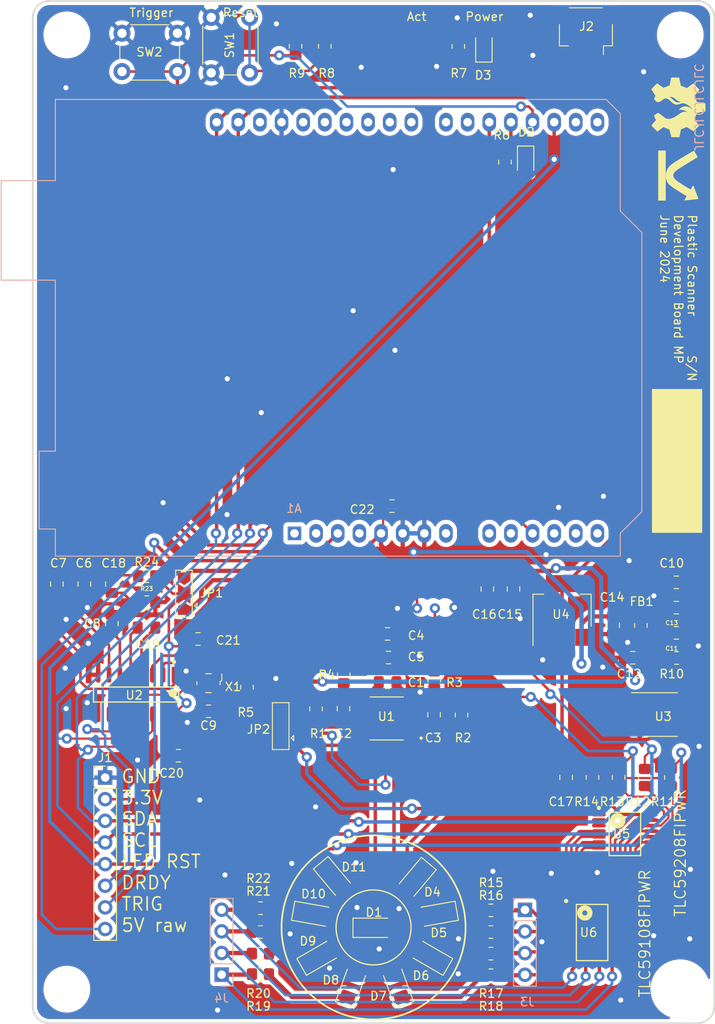
<source format=kicad_pcb>
(kicad_pcb
	(version 20240108)
	(generator "pcbnew")
	(generator_version "8.0")
	(general
		(thickness 1.6)
		(legacy_teardrops no)
	)
	(paper "A4")
	(layers
		(0 "F.Cu" signal)
		(31 "B.Cu" signal)
		(32 "B.Adhes" user "B.Adhesive")
		(33 "F.Adhes" user "F.Adhesive")
		(34 "B.Paste" user)
		(35 "F.Paste" user)
		(36 "B.SilkS" user "B.Silkscreen")
		(37 "F.SilkS" user "F.Silkscreen")
		(38 "B.Mask" user)
		(39 "F.Mask" user)
		(40 "Dwgs.User" user "User.Drawings")
		(41 "Cmts.User" user "User.Comments")
		(42 "Eco1.User" user "User.Eco1")
		(43 "Eco2.User" user "User.Eco2")
		(44 "Edge.Cuts" user)
		(45 "Margin" user)
		(46 "B.CrtYd" user "B.Courtyard")
		(47 "F.CrtYd" user "F.Courtyard")
		(48 "B.Fab" user)
		(49 "F.Fab" user)
		(50 "User.1" user)
		(51 "User.2" user)
		(52 "User.3" user)
		(53 "User.4" user)
		(54 "User.5" user)
		(55 "User.6" user)
		(56 "User.7" user)
		(57 "User.8" user)
		(58 "User.9" user)
	)
	(setup
		(stackup
			(layer "F.SilkS"
				(type "Top Silk Screen")
			)
			(layer "F.Paste"
				(type "Top Solder Paste")
			)
			(layer "F.Mask"
				(type "Top Solder Mask")
				(thickness 0.01)
			)
			(layer "F.Cu"
				(type "copper")
				(thickness 0.035)
			)
			(layer "dielectric 1"
				(type "core")
				(thickness 1.51)
				(material "FR4")
				(epsilon_r 4.5)
				(loss_tangent 0.02)
			)
			(layer "B.Cu"
				(type "copper")
				(thickness 0.035)
			)
			(layer "B.Mask"
				(type "Bottom Solder Mask")
				(thickness 0.01)
			)
			(layer "B.Paste"
				(type "Bottom Solder Paste")
			)
			(layer "B.SilkS"
				(type "Bottom Silk Screen")
			)
			(copper_finish "None")
			(dielectric_constraints no)
		)
		(pad_to_mask_clearance 0)
		(allow_soldermask_bridges_in_footprints no)
		(pcbplotparams
			(layerselection 0x00010fc_ffffffff)
			(plot_on_all_layers_selection 0x0000000_00000000)
			(disableapertmacros no)
			(usegerberextensions yes)
			(usegerberattributes yes)
			(usegerberadvancedattributes yes)
			(creategerberjobfile yes)
			(dashed_line_dash_ratio 12.000000)
			(dashed_line_gap_ratio 3.000000)
			(svgprecision 6)
			(plotframeref no)
			(viasonmask no)
			(mode 1)
			(useauxorigin no)
			(hpglpennumber 1)
			(hpglpenspeed 20)
			(hpglpendiameter 15.000000)
			(pdf_front_fp_property_popups yes)
			(pdf_back_fp_property_popups yes)
			(dxfpolygonmode yes)
			(dxfimperialunits yes)
			(dxfusepcbnewfont yes)
			(psnegative no)
			(psa4output no)
			(plotreference yes)
			(plotvalue no)
			(plotfptext yes)
			(plotinvisibletext no)
			(sketchpadsonfab no)
			(subtractmaskfromsilk yes)
			(outputformat 1)
			(mirror no)
			(drillshape 0)
			(scaleselection 1)
			(outputdirectory "D:/PCB Kicad/")
		)
	)
	(net 0 "")
	(net 1 "unconnected-(A1-NC-Pad1)")
	(net 2 "unconnected-(A1-IOREF-Pad2)")
	(net 3 "MCU_RESET")
	(net 4 "unconnected-(A1-3V3-Pad4)")
	(net 5 "5v_RAW")
	(net 6 "GND")
	(net 7 "unconnected-(A1-VIN-Pad8)")
	(net 8 "unconnected-(A1-A0-Pad9)")
	(net 9 "unconnected-(A1-A1-Pad10)")
	(net 10 "unconnected-(A1-A3-Pad12)")
	(net 11 "unconnected-(A1-SDA{slash}A4-Pad13)")
	(net 12 "unconnected-(A1-SCL{slash}A5-Pad14)")
	(net 13 "unconnected-(A1-D0{slash}RX-Pad15)")
	(net 14 "unconnected-(A1-D1{slash}TX-Pad16)")
	(net 15 "LED_RESET")
	(net 16 "TRIGGER")
	(net 17 "+2V5")
	(net 18 "unconnected-(A1-D8-Pad23)")
	(net 19 "unconnected-(A1-D9-Pad24)")
	(net 20 "/ADC/AIN+")
	(net 21 "/ADC/AIN-")
	(net 22 "+5V")
	(net 23 "unconnected-(A1-D10-Pad25)")
	(net 24 "unconnected-(A1-D11-Pad26)")
	(net 25 "unconnected-(A1-D12-Pad27)")
	(net 26 "unconnected-(A1-D13-Pad28)")
	(net 27 "unconnected-(A1-AREF-Pad30)")
	(net 28 "Net-(U2-VBG)")
	(net 29 "Net-(D2-A)")
	(net 30 "Net-(D3-A)")
	(net 31 "Net-(D4-K)")
	(net 32 "Net-(D5-K)")
	(net 33 "Net-(D6-K)")
	(net 34 "Net-(D7-K)")
	(net 35 "Net-(D8-K)")
	(net 36 "Net-(D9-K)")
	(net 37 "Net-(D10-K)")
	(net 38 "Net-(D11-K)")
	(net 39 "Net-(X1-Tri-State)")
	(net 40 "Net-(U5-~{RESET})")
	(net 41 "Net-(U5-SCL)")
	(net 42 "Net-(U5-SDA)")
	(net 43 "3.3v")
	(net 44 "LED1")
	(net 45 "LED2")
	(net 46 "LED3")
	(net 47 "LED4")
	(net 48 "LED5")
	(net 49 "LED6")
	(net 50 "LED7")
	(net 51 "Net-(JP2-C)")
	(net 52 "Net-(U2-REFN)")
	(net 53 "Net-(U2-XIN)")
	(net 54 "unconnected-(U2-XOUT-Pad11)")
	(net 55 "DRDY_INT")
	(net 56 "LED_BLUE")
	(net 57 "unconnected-(A1-D6-Pad21)")
	(net 58 "unconnected-(U6-A0-Pad2)")
	(net 59 "unconnected-(U6-A1-Pad3)")
	(net 60 "unconnected-(U6-A2-Pad4)")
	(net 61 "unconnected-(U6-A3-Pad5)")
	(net 62 "unconnected-(A1-D7-Pad22)")
	(net 63 "SDA")
	(net 64 "SCL")
	(net 65 "Net-(U1-OUT_B)")
	(net 66 "Net-(U1-OUT_A)")
	(net 67 "unconnected-(U5-A2-Pad3)")
	(net 68 "unconnected-(U5-A1-Pad2)")
	(net 69 "unconnected-(U5-A0-Pad1)")
	(net 70 "unconnected-(U6-NC-Pad1)")
	(net 71 "LED8")
	(net 72 "Net-(U2-REFP)")
	(net 73 "Net-(U2-VIN2P)")
	(net 74 "Net-(U2-VIN2N)")
	(net 75 "Net-(JP1-C)")
	(net 76 "/Sensor/A-")
	(net 77 "/Sensor/A+")
	(footprint "LED_SMD:LED_1206_3216Metric_Pad1.42x1.75mm_HandSolder" (layer "F.Cu") (at 90.342532 135.22099 -170))
	(footprint "Resistor_SMD:R_0805_2012Metric_Pad1.20x1.40mm_HandSolder" (layer "F.Cu") (at 96.774 134.747 180))
	(footprint "TLC59108:Texas_Instruments-TLC59108FIPWR-Level_A" (layer "F.Cu") (at 108.649999 137.349999))
	(footprint "Diode_SMD:D_1206_3216Metric_Pad1.42x1.75mm_HandSolder" (layer "F.Cu") (at 83.043758 136.795236))
	(footprint "Capacitor_SMD:C_0805_2012Metric_Pad1.18x1.45mm_HandSolder" (layer "F.Cu") (at 113.425 105.095 180))
	(footprint "Resistor_SMD:R_0805_2012Metric_Pad1.20x1.40mm_HandSolder" (layer "F.Cu") (at 98.425 46.925 -90))
	(footprint "Resistor_SMD:R_0805_2012Metric_Pad1.20x1.40mm_HandSolder" (layer "F.Cu") (at 96.774 139.827 180))
	(footprint "Jumper:SolderJumper-3_P2.0mm_Open_TrianglePad1.0x1.5mm" (layer "F.Cu") (at 72.125 113.125 90))
	(footprint "Resistor_SMD:R_0805_2012Metric_Pad1.20x1.40mm_HandSolder" (layer "F.Cu") (at 73.85 33.325 -90))
	(footprint "MountingHole:MountingHole_3.2mm_M3" (layer "F.Cu") (at 119 144))
	(footprint "Capacitor_SMD:C_0805_2012Metric_Pad1.18x1.45mm_HandSolder" (layer "F.Cu") (at 84.75 105.075 180))
	(footprint "TLC59208:Texas_Instruments-TLC59208FIPWR-Level_A" (layer "F.Cu") (at 112.499999 125.774999))
	(footprint "LED_SMD:LED_1206_3216Metric_Pad1.42x1.75mm_HandSolder" (layer "F.Cu") (at 75.986258 135.22099 -10))
	(footprint "Resistor_SMD:R_0805_2012Metric_Pad1.20x1.40mm_HandSolder" (layer "F.Cu") (at 69.723 137.287))
	(footprint "Resistor_SMD:R_0805_2012Metric_Pad1.20x1.40mm_HandSolder" (layer "F.Cu") (at 117.9 119.15 -90))
	(footprint "Resistor_SMD:R_0805_2012Metric_Pad1.20x1.40mm_HandSolder" (layer "F.Cu") (at 68.151562 108.552501 -90))
	(footprint "MountingHole:MountingHole_3.2mm_M3" (layer "F.Cu") (at 119 32))
	(footprint "Capacitor_SMD:C_0805_2012Metric_Pad1.18x1.45mm_HandSolder" (layer "F.Cu") (at 85.1625 87.3))
	(footprint "OPA2376AID:SOIC127P599X175-8N" (layer "F.Cu") (at 84.545 112.225 180))
	(footprint "Capacitor_SMD:C_0805_2012Metric_Pad1.18x1.45mm_HandSolder" (layer "F.Cu") (at 118.5375 99.218333))
	(footprint "Capacitor_SMD:C_0805_2012Metric_Pad1.18x1.45mm_HandSolder" (layer "F.Cu") (at 118.5375 96.25))
	(footprint "LED_SMD:LED_1206_3216Metric_Pad1.42x1.75mm_HandSolder" (layer "F.Cu") (at 76.691838 140.158741 30))
	(footprint "IC_Nuvoton_NAU7802SGI:Nuvoton-NAU7802SGI-0-0-0" (layer "F.Cu") (at 55.126562 109.415 -90))
	(footprint "Resistor_SMD:R_0805_2012Metric_Pad1.20x1.40mm_HandSolder" (layer "F.Cu") (at 96.774 137.287 180))
	(footprint "Capacitor_SMD:C_0805_2012Metric_Pad1.18x1.45mm_HandSolder" (layer "F.Cu") (at 84.645 102.2975))
	(footprint "Capacitor_SMD:C_0805_2012Metric_Pad1.18x1.45mm_HandSolder" (layer "F.Cu") (at 96.35 97.03 -90))
	(footprint "Capacitor_SMD:C_0805_2012Metric_Pad1.18x1.45mm_HandSolder" (layer "F.Cu") (at 45.826562 96.455 90))
	(footprint "Resistor_SMD:R_0805_2012Metric_Pad1.20x1.40mm_HandSolder" (layer "F.Cu") (at 118.5675 105.125))
	(footprint "LOGO" (layer "F.Cu") (at 119 48.5 -90))
	(footprint "Capacitor_SMD:C_0805_2012Metric_Pad1.18x1.45mm_HandSolder" (layer "F.Cu") (at 49.054687 96.455 90))
	(footprint "Resistor_SMD:R_0805_2012Metric_Pad1.20x1.40mm_HandSolder" (layer "F.Cu") (at 79.5 107.1 90))
	(footprint "Resistor_SMD:R_0805_2012Metric_Pad1.20x1.40mm_HandSolder" (layer "F.Cu") (at 69.723 142.24))
	(footprint "Resistor_SMD:R_0805_2012Metric_Pad1.20x1.40mm_HandSolder" (layer "F.Cu") (at 93.32625 111.8175 90))
	(footprint "Resistor_SMD:R_0805_2012Metric_Pad1.20x1.40mm_HandSolder" (layer "F.Cu") (at 114.375 101.316666 90))
	(footprint "Capacitor_SMD:C_0805_2012Metric_Pad1.18x1.45mm_HandSolder"
		(layer "F.Cu")
		(uuid "7227b04e-1cc2-4f18-82a3-ebc1ca7c921e")
		(at 63.626562 111.380601 180)
		(descr "Capacitor SMD 0805 (2012 Metric), square (rectangular) end terminal, IPC_7351 nominal with elongated pad for handsoldering. (Body size source: IPC-SM-782 page 76, https://www.pcb-3d.com/wordpress/wp-content/uploads/ipc-sm-782a_amendment_1_and_2.pdf, https://docs.google.com/spreadsheets/d/1BsfQQcO9C6DZCsRaXUlFlo91Tg2WpOkGARC1WS5S8t0/edit?usp=sharing), generated with kicad-footprint-generator")
		(tags "capacitor handsolder")
		(property "Reference" "C9"
			(at 0 -1.68 0)
			(layer "F.SilkS")
			(uuid "2bd58e08-0df5-440b-a5a4-99b7c6bd7df4")
			(effects
				(font
					(size 1 1)
					(thickness 0.15)
				)
			)
		)
		(property "Value" "0.1u"
			(at 0 1.68 0)
			(layer "F.Fab")
			(uuid "5241bbf2-d161-40fc-845a-162f579e37ee")
			(effects
				(font
					(size 1 1)
					(thickness 0.15)
				)
			)
		)
		(property "Footprint" "Capacitor_SMD:C_0805_2012Metric_Pad1.18x1.45mm_HandSolder"
			(at 0 0 180)
			(unlocked yes)
			(layer "F.Fab")
			(hide yes)
			(uuid "ab0aac40-a806-4a5a-befe-672d53deb6bf")
			(effects
				(font
					(size 1.27 1.27)
					(thickness 0.15)
				)
			)
		)
		(property "Datasheet" ""
			(at 0 0 180)
			(unlocked yes)
			(layer "F.Fab")
			(hide yes)
			(uuid "41e686b9-f2de-4428-a145-8be65ea4fab2")
			(effects
				(font
					(size 1.27 1.27)
					(thickness 0.15)
				)
			)
		)
		(property "Description" "Unpolarized capacitor"
			(at 0 0 180)
			(unlocked yes)
			(layer "F.Fab")
			(hide yes)
			(uuid "63fd8f7f-6ac0-4f52-b8e4-9973530e3a4d")
			(effects
				(font
					(size 1.27 1.27)
					(thickness 0.15)
				)
			)
		)
		(path "/a8dcb7a4-48cf-403e-b881-d44234291c62/2899a370-aaf5-4c30-a25c-3591f948f804")
		(sheetname "ADC")
		(sheetfile "adc.kicad_sch")
		(attr smd)
		(fp_line
			(start -0.261252 0.735)
			(end 0.261252 0.735)
			(stroke
				(width 0.12)
				(type solid)
			)
			(layer "F.SilkS")
			(uuid "11d75a18-5e2b-402d-af9e-72d3c8ae7353")
		)
		(fp_line
			(start -0.261252 -0.735)
			(end 0.261252 -0.735)
			(stroke
				(width 0.12)
				(type solid)
			)
			(layer "F.SilkS")
			(uuid "0a9ad29c-3f64-487c-b5a4-db788918ed67")
		)
		(fp_line
			(start 1.88 0.98)
			(end -1.88 0.98)
			(stroke
				(width 0.05)
				(type solid)
			)
			(layer "F.CrtYd")
			(uuid "52d0599c-f569-4945-993f-fe51d2a7e6e8")
		)
		(fp_line
			(start 1.88 -0.98)
			(end 1.88 0.98)
			(stroke
				(width 0.05)
				(type solid)
			)
			(layer "F.CrtYd")
			(uuid "b6f08da0-2531-46ba-9d72-331306f275c4")
		)
		(fp_line
			(start -1.88 0.98)
			(end -1.88 -0.98)
			(stroke
				(width 0.05)
				(type solid)
			)
			(layer "F.CrtYd")
			(uuid "06d229c8-36e0-407d-925c-a6344988ca20")
		)
		(fp_line
			(start -1.88 -0.98)
			(end 1.88 -0.98)
			(stroke
				(width 0.05)
				(type solid)
			)
			(layer "F.CrtYd")
			(uuid "6bfcf726-6ca4-4ea9-b6eb-f842db234c69")
		)
		(fp_line
			(start 1 0.625)
			(end -1 0.625)
			(stroke
				(width 0.1)
				(type solid)
			)
			(layer "F.Fab")
			(uuid "8cef4634-c1ff-48ee-931a-3997bac7eb73")
		)
		(fp_line
			(start 1 -0.625)
			(end 1 0.625)
			(stroke
				(width 0.1)
				(type solid)
			)
			
... [755549 chars truncated]
</source>
